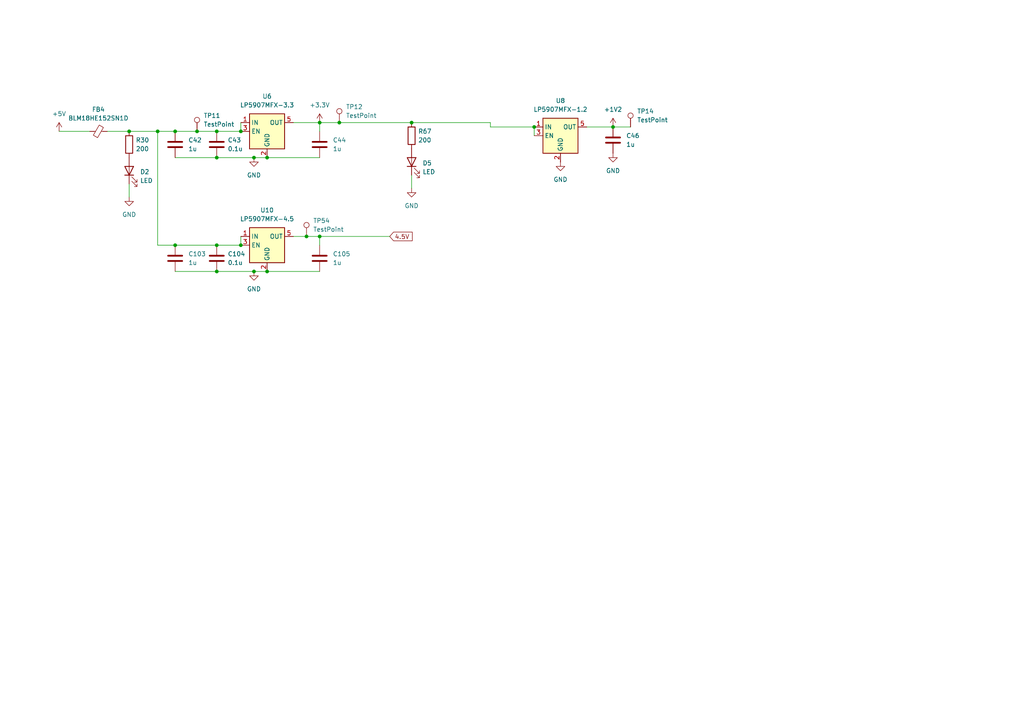
<source format=kicad_sch>
(kicad_sch (version 20231120) (generator "eeschema") (generator_version "8.0")
  (paper "A4")
  (lib_symbols
    (symbol "Connector:TestPoint" (pin_numbers hide) (pin_names (offset 0.762) hide)
      (property "Reference" "TP" (at 0 6.858 0))
      (property "Value" "TestPoint" (at 0 5.08 0))
      (symbol "TestPoint_0_1"
        (circle (center 0 3.302) (radius 0.762))
      )
      (symbol "TestPoint_1_1"
        (pin passive line (at 0 0 90) (length 2.54) (name "1") (number "1"))
      )
    )
    (symbol "Device:C" (pin_numbers hide) (pin_names (offset 0.254))
      (property "Reference" "C" (at 0.635 2.54 0))
      (property "Value" "C" (at 0.635 -2.54 0))
      (symbol "C_0_1"
        (polyline (pts (xy -2.032 -0.762) (xy 2.032 -0.762)) (stroke (width 0.508)))
        (polyline (pts (xy -2.032 0.762) (xy 2.032 0.762)) (stroke (width 0.508)))
      )
      (symbol "C_1_1"
        (pin passive line (at 0 3.81 270) (length 2.794) (name "~") (number "1"))
        (pin passive line (at 0 -3.81 90) (length 2.794) (name "~") (number "2"))
      )
    )
    (symbol "Device:FerriteBead_Small" (pin_numbers hide) (pin_names (offset 0))
      (property "Reference" "FB" (at 1.905 1.27 0))
      (property "Value" "FerriteBead_Small" (at 1.905 -1.27 0))
      (symbol "FerriteBead_Small_0_1"
        (polyline (pts (xy 0 -1.27) (xy 0 -0.7874)))
        (polyline (pts (xy 0 0.889) (xy 0 1.2954)))
        (polyline (pts (xy -1.8288 0.2794) (xy -1.1176 1.4986) (xy 1.8288 -0.2032) (xy 1.1176 -1.4224) (xy -1.8288 0.2794)))
      )
      (symbol "FerriteBead_Small_1_1"
        (pin passive line (at 0 2.54 270) (length 1.27) (name "~") (number "1"))
        (pin passive line (at 0 -2.54 90) (length 1.27) (name "~") (number "2"))
      )
    )
    (symbol "Device:LED" (pin_numbers hide) (pin_names (offset 1.016) hide)
      (property "Reference" "D" (at 0 2.54 0))
      (property "Value" "LED" (at 0 -2.54 0))
      (symbol "LED_0_1"
        (polyline (pts (xy -1.27 -1.27) (xy -1.27 1.27)) (stroke (width 0.254)))
        (polyline (pts (xy -1.27 0) (xy 1.27 0)))
        (polyline (pts (xy 1.27 -1.27) (xy 1.27 1.27) (xy -1.27 0) (xy 1.27 -1.27)) (stroke (width 0.254)))
        (polyline (pts (xy -3.048 -0.762) (xy -4.572 -2.286) (xy -3.81 -2.286) (xy -4.572 -2.286) (xy -4.572 -1.524)))
        (polyline (pts (xy -1.778 -0.762) (xy -3.302 -2.286) (xy -2.54 -2.286) (xy -3.302 -2.286) (xy -3.302 -1.524)))
      )
      (symbol "LED_1_1"
        (pin passive line (at -3.81 0 0) (length 2.54) (name "K") (number "1"))
        (pin passive line (at 3.81 0 180) (length 2.54) (name "A") (number "2"))
      )
    )
    (symbol "Device:R" (pin_numbers hide) (pin_names (offset 0))
      (property "Reference" "R" (at 2.032 0 90))
      (property "Value" "R" (at 0 0 90))
      (symbol "R_0_1"
        (rectangle (start -1.016 -2.54) (end 1.016 2.54) (stroke (width 0.254)))
      )
      (symbol "R_1_1"
        (pin passive line (at 0 3.81 270) (length 1.27) (name "~") (number "1"))
        (pin passive line (at 0 -3.81 90) (length 1.27) (name "~") (number "2"))
      )
    )
    (symbol "Regulator_Linear:LP5907MFX-1.2"
      (property "Reference" "U" (at -3.81 6.35 0))
      (property "Value" "LP5907MFX-1.2" (at 6.35 6.35 0))
      (symbol "LP5907MFX-1.2_0_1"
        (rectangle (start -5.08 -5.08) (end 5.08 5.08) (stroke (width 0.254)) (fill (type background)))
        (pin power_in line (at -7.62 2.54 0) (length 2.54) (name "IN") (number "1"))
        (pin power_in line (at 0 -7.62 90) (length 2.54) (name "GND") (number "2"))
        (pin input line (at -7.62 0 0) (length 2.54) (name "EN") (number "3"))
        (pin no_connect line (at 5.08 0 180) (length 2.54) hide (name "NC") (number "4"))
        (pin power_out line (at 7.62 2.54 180) (length 2.54) (name "OUT") (number "5"))
      )
    )
    (symbol "Regulator_Linear:LP5907MFX-3.3"
      (property "Reference" "U" (at -3.81 6.35 0))
      (property "Value" "LP5907MFX-3.3" (at 6.35 6.35 0))
      (symbol "LP5907MFX-3.3_0_1"
        (rectangle (start -5.08 -5.08) (end 5.08 5.08) (stroke (width 0.254)) (fill (type background)))
        (pin power_in line (at -7.62 2.54 0) (length 2.54) (name "IN") (number "1"))
        (pin power_in line (at 0 -7.62 90) (length 2.54) (name "GND") (number "2"))
        (pin input line (at -7.62 0 0) (length 2.54) (name "EN") (number "3"))
        (pin no_connect line (at 5.08 0 180) (length 2.54) hide (name "NC") (number "4"))
        (pin power_out line (at 7.62 2.54 180) (length 2.54) (name "OUT") (number "5"))
      )
    )
    (symbol "power:+1V2" (power) (pin_names (offset 0))
      (property "Value" "+1V2" (at 0 3.556 0))
      (symbol "+1V2_0_1"
        (polyline (pts (xy -0.762 1.27) (xy 0 2.54)))
        (polyline (pts (xy 0 0) (xy 0 2.54)))
        (polyline (pts (xy 0 2.54) (xy 0.762 1.27)))
      )
      (symbol "+1V2_1_1"
        (pin power_in line (at 0 0 90) (length 0) hide (name "+1V2") (number "1"))
      )
    )
    (symbol "power:+3.3V" (power) (pin_names (offset 0))
      (property "Value" "+3.3V" (at 0 3.556 0))
      (symbol "+3.3V_0_1"
        (polyline (pts (xy -0.762 1.27) (xy 0 2.54)))
        (polyline (pts (xy 0 0) (xy 0 2.54)))
        (polyline (pts (xy 0 2.54) (xy 0.762 1.27)))
      )
      (symbol "+3.3V_1_1"
        (pin power_in line (at 0 0 90) (length 0) hide (name "+3.3V") (number "1"))
      )
    )
    (symbol "power:+5V" (power) (pin_names (offset 0))
      (property "Value" "+5V" (at 0 3.556 0))
      (symbol "+5V_0_1"
        (polyline (pts (xy -0.762 1.27) (xy 0 2.54)))
        (polyline (pts (xy 0 0) (xy 0 2.54)))
        (polyline (pts (xy 0 2.54) (xy 0.762 1.27)))
      )
      (symbol "+5V_1_1"
        (pin power_in line (at 0 0 90) (length 0) hide (name "+5V") (number "1"))
      )
    )
    (symbol "power:GND" (power) (pin_names (offset 0))
      (property "Value" "GND" (at 0 -3.81 0))
      (symbol "GND_0_1"
        (polyline (pts (xy 0 0) (xy 0 -1.27) (xy 1.27 -1.27) (xy 0 -2.54) (xy -1.27 -1.27) (xy 0 -1.27)))
      )
      (symbol "GND_1_1"
        (pin power_in line (at 0 0 270) (length 0) hide (name "GND") (number "1"))
      )
    )
  )
  (junction (at 62.865 78.74))
  (junction (at 62.865 71.12))
  (junction (at 177.8 36.83))
  (junction (at 98.425 35.56))
  (junction (at 154.94 36.83))
  (junction (at 50.8 71.12))
  (junction (at 69.85 38.1))
  (junction (at 45.72 38.1))
  (junction (at 37.465 38.1))
  (junction (at 77.47 78.74))
  (junction (at 62.865 45.72))
  (junction (at 73.66 78.74))
  (junction (at 92.71 35.56))
  (junction (at 92.71 68.58))
  (junction (at 69.85 71.12))
  (junction (at 73.66 45.72))
  (junction (at 119.38 35.56))
  (junction (at 62.865 38.1))
  (junction (at 77.47 45.72))
  (junction (at 88.9 68.58))
  (junction (at 57.15 38.1))
  (junction (at 50.8 38.1))
  (wire (pts (xy 85.09 68.58) (xy 88.9 68.58)))
  (wire (pts (xy 45.72 71.12) (xy 45.72 38.1)))
  (wire (pts (xy 37.465 38.1) (xy 45.72 38.1)))
  (wire (pts (xy 92.71 35.56) (xy 92.71 38.1)))
  (wire (pts (xy 77.47 78.74) (xy 92.71 78.74)))
  (wire (pts (xy 92.71 68.58) (xy 92.71 71.12)))
  (wire (pts (xy 119.38 35.56) (xy 142.24 35.56)))
  (wire (pts (xy 177.8 36.83) (xy 182.88 36.83)))
  (wire (pts (xy 31.115 38.1) (xy 37.465 38.1)))
  (wire (pts (xy 170.18 36.83) (xy 177.8 36.83)))
  (wire (pts (xy 62.865 45.72) (xy 73.66 45.72)))
  (wire (pts (xy 142.24 36.83) (xy 154.94 36.83)))
  (wire (pts (xy 88.9 68.58) (xy 92.71 68.58)))
  (wire (pts (xy 17.145 38.1) (xy 26.035 38.1)))
  (wire (pts (xy 98.425 35.56) (xy 119.38 35.56)))
  (wire (pts (xy 62.865 38.1) (xy 69.85 38.1)))
  (wire (pts (xy 50.8 78.74) (xy 62.865 78.74)))
  (wire (pts (xy 57.15 38.1) (xy 62.865 38.1)))
  (wire (pts (xy 98.425 35.56) (xy 92.71 35.56)))
  (wire (pts (xy 62.865 71.12) (xy 69.85 71.12)))
  (wire (pts (xy 154.94 36.83) (xy 154.94 39.37)))
  (wire (pts (xy 69.85 35.56) (xy 69.85 38.1)))
  (wire (pts (xy 77.47 45.72) (xy 92.71 45.72)))
  (wire (pts (xy 73.66 78.74) (xy 77.47 78.74)))
  (wire (pts (xy 119.38 54.61) (xy 119.38 50.8)))
  (wire (pts (xy 142.24 35.56) (xy 142.24 36.83)))
  (wire (pts (xy 50.8 71.12) (xy 62.865 71.12)))
  (wire (pts (xy 62.865 78.74) (xy 73.66 78.74)))
  (wire (pts (xy 37.465 57.15) (xy 37.465 53.34)))
  (wire (pts (xy 50.8 71.12) (xy 45.72 71.12)))
  (wire (pts (xy 73.66 45.72) (xy 77.47 45.72)))
  (wire (pts (xy 113.03 68.58) (xy 92.71 68.58)))
  (wire (pts (xy 45.72 38.1) (xy 50.8 38.1)))
  (wire (pts (xy 50.8 45.72) (xy 62.865 45.72)))
  (wire (pts (xy 69.85 68.58) (xy 69.85 71.12)))
  (wire (pts (xy 50.8 38.1) (xy 57.15 38.1)))
  (wire (pts (xy 85.09 35.56) (xy 92.71 35.56)))
  (global_label "4.5V" (shape input) (at 113.03 68.58 0) (property "Intersheetrefs" "${INTERSHEET_REFS}" (effects (hide yes))))
  (symbol (lib_id "power:+1V2") (at 177.8 36.83 0) (unit 1)
    (property "Reference" "#PWR071" (effects (hide yes)))
    (property "Value" "+1V2" (at 177.8 31.75 0))
  )
  (symbol (lib_id "Device:C") (at 92.71 74.93 0) (unit 1)
    (property "Reference" "C105" (at 96.52 73.66 0) (effects (justify left)))
    (property "Value" "1u" (at 96.52 76.2 0) (effects (justify left)))
    (property "Footprint" "Capacitor_SMD:C_0603_1608Metric" (effects (hide yes)))
  )
  (symbol (lib_id "Device:C") (at 50.8 74.93 0) (unit 1)
    (property "Reference" "C103" (at 54.61 73.66 0) (effects (justify left)))
    (property "Value" "1u" (at 54.61 76.2 0) (effects (justify left)))
    (property "Footprint" "Capacitor_SMD:C_0603_1608Metric" (effects (hide yes)))
  )
  (symbol (lib_id "power:+5V") (at 17.145 38.1 0) (unit 1)
    (property "Reference" "#PWR062" (effects (hide yes)))
    (property "Value" "+5V" (at 17.145 33.02 0))
  )
  (symbol (lib_id "power:+3.3V") (at 92.71 35.56 0) (unit 1)
    (property "Reference" "#PWR065" (effects (hide yes)))
    (property "Value" "+3.3V" (at 92.71 30.48 0))
  )
  (symbol (lib_id "Device:C") (at 62.865 41.91 0) (unit 1)
    (property "Reference" "C43" (at 66.04 40.64 0) (effects (justify left)))
    (property "Value" "0.1u" (at 66.04 43.18 0) (effects (justify left)))
    (property "Footprint" "Capacitor_SMD:C_0603_1608Metric" (effects (hide yes)))
  )
  (symbol (lib_id "Regulator_Linear:LP5907MFX-3.3") (at 77.47 71.12 0) (unit 1)
    (property "Reference" "U10" (at 77.47 60.96 0))
    (property "Value" "LP5907MFX-4.5" (at 77.47 63.5 0))
    (property "Footprint" "Package_TO_SOT_SMD:SOT-23-5" (effects (hide yes)))
    (property "Datasheet" "http://www.ti.com/lit/ds/symlink/lp5907.pdf" (effects (hide yes)))
  )
  (symbol (lib_id "Device:C") (at 92.71 41.91 0) (unit 1)
    (property "Reference" "C44" (at 96.52 40.64 0) (effects (justify left)))
    (property "Value" "1u" (at 96.52 43.18 0) (effects (justify left)))
    (property "Footprint" "Capacitor_SMD:C_0603_1608Metric" (effects (hide yes)))
  )
  (symbol (lib_id "Regulator_Linear:LP5907MFX-3.3") (at 77.47 38.1 0) (unit 1)
    (property "Reference" "U6" (at 77.47 27.94 0))
    (property "Value" "LP5907MFX-3.3" (at 77.47 30.48 0))
    (property "Footprint" "Package_TO_SOT_SMD:SOT-23-5" (effects (hide yes)))
    (property "Datasheet" "http://www.ti.com/lit/ds/symlink/lp5907.pdf" (effects (hide yes)))
  )
  (symbol (lib_id "Connector:TestPoint") (at 57.15 38.1 0) (unit 1)
    (property "Reference" "TP11" (at 59.055 33.528 0) (effects (justify left)))
    (property "Value" "TestPoint" (at 59.055 36.068 0) (effects (justify left)))
    (property "Footprint" "TestPoint:TestPoint_Pad_2.0x2.0mm" (effects (hide yes)))
  )
  (symbol (lib_id "Device:FerriteBead_Small") (at 28.575 38.1 90) (unit 1)
    (property "Reference" "FB4" (at 28.5369 31.75 90))
    (property "Value" "BLM18HE152SN1D" (at 28.5369 34.29 90))
    (property "Footprint" "Inductor_SMD:L_0603_1608Metric" (effects (hide yes)))
  )
  (symbol (lib_id "Device:LED") (at 119.38 46.99 90) (unit 1)
    (property "Reference" "D5" (at 122.555 47.3075 90) (effects (justify right)))
    (property "Value" "LED" (at 122.555 49.8475 90) (effects (justify right)))
    (property "Footprint" "LED_SMD:LED_1206_3216Metric" (effects (hide yes)))
  )
  (symbol (lib_id "Device:LED") (at 37.465 49.53 90) (unit 1)
    (property "Reference" "D2" (at 40.64 49.8475 90) (effects (justify right)))
    (property "Value" "LED" (at 40.64 52.3875 90) (effects (justify right)))
    (property "Footprint" "LED_SMD:LED_1206_3216Metric" (effects (hide yes)))
  )
  (symbol (lib_id "power:GND") (at 73.66 45.72 0) (unit 1)
    (property "Reference" "#PWR064" (effects (hide yes)))
    (property "Value" "GND" (at 73.66 50.8 0))
  )
  (symbol (lib_id "Device:R") (at 37.465 41.91 0) (unit 1)
    (property "Reference" "R30" (at 39.37 40.64 0) (effects (justify left)))
    (property "Value" "200" (at 39.37 43.18 0) (effects (justify left)))
    (property "Footprint" "Resistor_SMD:R_0603_1608Metric" (effects (hide yes)))
  )
  (symbol (lib_id "power:GND") (at 162.56 46.99 0) (unit 1)
    (property "Reference" "#PWR070" (effects (hide yes)))
    (property "Value" "GND" (at 162.56 52.07 0))
  )
  (symbol (lib_id "Regulator_Linear:LP5907MFX-1.2") (at 162.56 39.37 0) (unit 1)
    (property "Reference" "U8" (at 162.56 29.21 0))
    (property "Value" "LP5907MFX-1.2" (at 162.56 31.75 0))
    (property "Footprint" "Package_TO_SOT_SMD:SOT-23-5" (effects (hide yes)))
    (property "Datasheet" "http://www.ti.com/lit/ds/symlink/lp5907.pdf" (effects (hide yes)))
  )
  (symbol (lib_id "Connector:TestPoint") (at 182.88 36.83 0) (unit 1)
    (property "Reference" "TP14" (at 184.785 32.258 0) (effects (justify left)))
    (property "Value" "TestPoint" (at 184.785 34.798 0) (effects (justify left)))
    (property "Footprint" "TestPoint:TestPoint_Pad_2.0x2.0mm" (effects (hide yes)))
  )
  (symbol (lib_id "Device:C") (at 62.865 74.93 0) (unit 1)
    (property "Reference" "C104" (at 66.04 73.66 0) (effects (justify left)))
    (property "Value" "0.1u" (at 66.04 76.2 0) (effects (justify left)))
    (property "Footprint" "Capacitor_SMD:C_0603_1608Metric" (effects (hide yes)))
  )
  (symbol (lib_id "Connector:TestPoint") (at 98.425 35.56 0) (unit 1)
    (property "Reference" "TP12" (at 100.33 30.988 0) (effects (justify left)))
    (property "Value" "TestPoint" (at 100.33 33.528 0) (effects (justify left)))
    (property "Footprint" "TestPoint:TestPoint_Pad_2.0x2.0mm" (effects (hide yes)))
  )
  (symbol (lib_id "Device:C") (at 50.8 41.91 0) (unit 1)
    (property "Reference" "C42" (at 54.61 40.64 0) (effects (justify left)))
    (property "Value" "1u" (at 54.61 43.18 0) (effects (justify left)))
    (property "Footprint" "Capacitor_SMD:C_0603_1608Metric" (effects (hide yes)))
  )
  (symbol (lib_id "Connector:TestPoint") (at 88.9 68.58 0) (unit 1)
    (property "Reference" "TP54" (at 90.805 64.008 0) (effects (justify left)))
    (property "Value" "TestPoint" (at 90.805 66.548 0) (effects (justify left)))
    (property "Footprint" "TestPoint:TestPoint_Pad_2.0x2.0mm" (effects (hide yes)))
  )
  (symbol (lib_id "power:GND") (at 177.8 44.45 0) (unit 1)
    (property "Reference" "#PWR072" (effects (hide yes)))
    (property "Value" "GND" (at 177.8 49.53 0))
  )
  (symbol (lib_id "power:GND") (at 37.465 57.15 0) (unit 1)
    (property "Reference" "#PWR063" (effects (hide yes)))
    (property "Value" "GND" (at 37.465 62.23 0))
  )
  (symbol (lib_id "power:GND") (at 119.38 54.61 0) (unit 1)
    (property "Reference" "#PWR0145" (effects (hide yes)))
    (property "Value" "GND" (at 119.38 59.69 0))
  )
  (symbol (lib_id "Device:R") (at 119.38 39.37 0) (unit 1)
    (property "Reference" "R67" (at 121.285 38.1 0) (effects (justify left)))
    (property "Value" "200" (at 121.285 40.64 0) (effects (justify left)))
    (property "Footprint" "Resistor_SMD:R_0603_1608Metric" (effects (hide yes)))
  )
  (symbol (lib_id "Device:C") (at 177.8 40.64 0) (unit 1)
    (property "Reference" "C46" (at 181.61 39.37 0) (effects (justify left)))
    (property "Value" "1u" (at 181.61 41.91 0) (effects (justify left)))
    (property "Footprint" "Capacitor_SMD:C_0603_1608Metric" (effects (hide yes)))
  )
  (symbol (lib_id "power:GND") (at 73.66 78.74 0) (unit 1)
    (property "Reference" "#PWR051" (effects (hide yes)))
    (property "Value" "GND" (at 73.66 83.82 0))
  )
)
</source>
